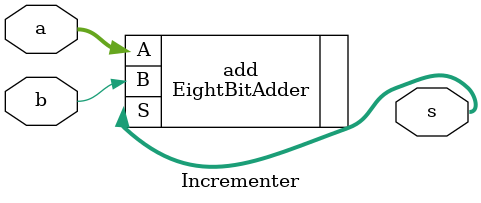
<source format=v>
`timescale 1ns / 1ps


module Incrementer(
    input [7:0] a,
    input b,
    output [7:0] s
    );
    
    EightBitAdder add (.A(a), .B(b), .S(s));
endmodule

</source>
